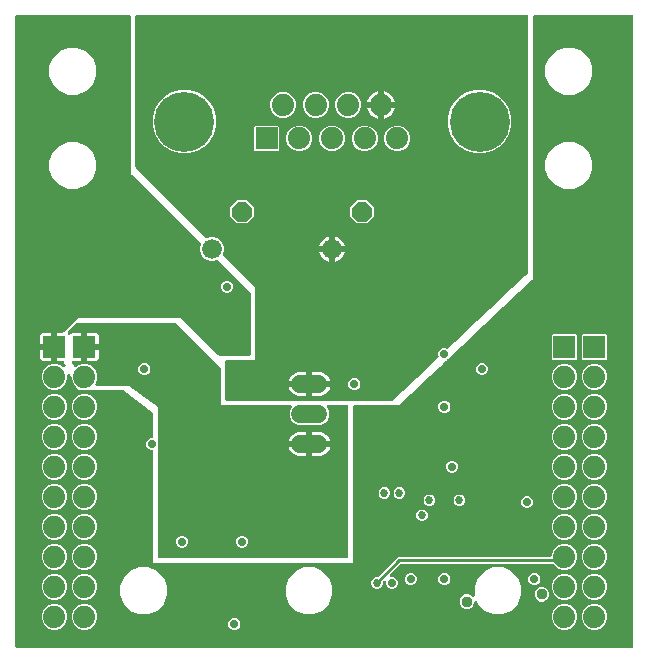
<source format=gbr>
G04 EAGLE Gerber X2 export*
%TF.Part,Single*%
%TF.FileFunction,Copper,L4,Bot,Mixed*%
%TF.FilePolarity,Positive*%
%TF.GenerationSoftware,Autodesk,EAGLE,9.0.0*%
%TF.CreationDate,2018-07-03T14:12:15Z*%
G75*
%MOMM*%
%FSLAX34Y34*%
%LPD*%
%AMOC8*
5,1,8,0,0,1.08239X$1,22.5*%
G01*
%ADD10R,1.879600X1.879600*%
%ADD11C,1.879600*%
%ADD12C,5.080000*%
%ADD13P,1.814519X8X202.500000*%
%ADD14C,1.524000*%
%ADD15C,1.676400*%
%ADD16C,0.705600*%
%ADD17C,0.955600*%
%ADD18C,0.508000*%
%ADD19C,0.254000*%
%ADD20C,0.685800*%

G36*
X533518Y11446D02*
X533518Y11446D01*
X533637Y11453D01*
X533675Y11466D01*
X533716Y11471D01*
X533826Y11514D01*
X533939Y11551D01*
X533974Y11573D01*
X534011Y11588D01*
X534107Y11658D01*
X534208Y11721D01*
X534236Y11751D01*
X534269Y11774D01*
X534345Y11866D01*
X534426Y11953D01*
X534446Y11988D01*
X534471Y12019D01*
X534522Y12127D01*
X534580Y12231D01*
X534590Y12271D01*
X534607Y12307D01*
X534629Y12424D01*
X534659Y12539D01*
X534663Y12600D01*
X534667Y12620D01*
X534665Y12640D01*
X534669Y12700D01*
X534669Y546100D01*
X534654Y546218D01*
X534647Y546337D01*
X534634Y546375D01*
X534629Y546416D01*
X534586Y546526D01*
X534549Y546639D01*
X534527Y546674D01*
X534512Y546711D01*
X534443Y546807D01*
X534379Y546908D01*
X534349Y546936D01*
X534326Y546969D01*
X534234Y547045D01*
X534147Y547126D01*
X534112Y547146D01*
X534081Y547171D01*
X533973Y547222D01*
X533869Y547280D01*
X533829Y547290D01*
X533793Y547307D01*
X533676Y547329D01*
X533561Y547359D01*
X533501Y547363D01*
X533481Y547367D01*
X533460Y547365D01*
X533400Y547369D01*
X450850Y547369D01*
X450732Y547354D01*
X450613Y547347D01*
X450575Y547334D01*
X450534Y547329D01*
X450424Y547286D01*
X450311Y547249D01*
X450276Y547227D01*
X450239Y547212D01*
X450143Y547143D01*
X450042Y547079D01*
X450014Y547049D01*
X449981Y547026D01*
X449906Y546934D01*
X449824Y546847D01*
X449804Y546812D01*
X449779Y546781D01*
X449728Y546673D01*
X449670Y546569D01*
X449660Y546529D01*
X449643Y546493D01*
X449621Y546376D01*
X449591Y546261D01*
X449587Y546201D01*
X449583Y546181D01*
X449585Y546160D01*
X449581Y546100D01*
X449581Y324397D01*
X448443Y323323D01*
X448443Y323322D01*
X447099Y322053D01*
X445755Y320784D01*
X444411Y319515D01*
X440380Y315707D01*
X440379Y315707D01*
X439036Y314438D01*
X439035Y314438D01*
X437692Y313169D01*
X437692Y313168D01*
X436348Y311899D01*
X433660Y309361D01*
X432316Y308092D01*
X432316Y308091D01*
X430972Y306822D01*
X429628Y305553D01*
X426941Y303015D01*
X426940Y303015D01*
X426940Y303014D01*
X425597Y301745D01*
X425596Y301745D01*
X424253Y300476D01*
X424252Y300476D01*
X422909Y299207D01*
X418877Y295399D01*
X417533Y294130D01*
X416189Y292861D01*
X416189Y292860D01*
X414845Y291591D01*
X412157Y289053D01*
X410814Y287784D01*
X410813Y287784D01*
X410813Y287783D01*
X409470Y286514D01*
X409469Y286514D01*
X408126Y285245D01*
X404094Y281437D01*
X402750Y280168D01*
X401406Y278899D01*
X400062Y277630D01*
X400062Y277629D01*
X397374Y275091D01*
X396031Y273822D01*
X396030Y273822D01*
X394687Y272553D01*
X394686Y272553D01*
X394686Y272552D01*
X393343Y271283D01*
X389311Y267476D01*
X389311Y267475D01*
X387967Y266206D01*
X386623Y264937D01*
X385279Y263668D01*
X382591Y261129D01*
X381247Y259860D01*
X379904Y258591D01*
X379903Y258591D01*
X379258Y257981D01*
X379240Y257960D01*
X379219Y257943D01*
X379140Y257837D01*
X379056Y257735D01*
X379044Y257710D01*
X379028Y257688D01*
X378957Y257544D01*
X378933Y257488D01*
X377512Y256067D01*
X377227Y255948D01*
X377095Y255873D01*
X376965Y255801D01*
X376956Y255794D01*
X376951Y255791D01*
X376941Y255781D01*
X376841Y255698D01*
X375872Y254783D01*
X374528Y253514D01*
X373184Y252245D01*
X373184Y252244D01*
X370496Y249706D01*
X369152Y248437D01*
X367808Y247168D01*
X367808Y247167D01*
X366464Y245898D01*
X362433Y242091D01*
X362432Y242090D01*
X361089Y240821D01*
X359745Y239552D01*
X358401Y238283D01*
X355713Y235744D01*
X354369Y234475D01*
X353025Y233206D01*
X351681Y231937D01*
X351681Y231936D01*
X348994Y229398D01*
X348993Y229398D01*
X347650Y228129D01*
X347649Y228129D01*
X346306Y226860D01*
X346306Y226859D01*
X344962Y225590D01*
X340930Y221783D01*
X340930Y221782D01*
X339586Y220513D01*
X338242Y219244D01*
X336898Y217975D01*
X336045Y217169D01*
X298450Y217169D01*
X298332Y217154D01*
X298213Y217147D01*
X298175Y217134D01*
X298134Y217129D01*
X298024Y217086D01*
X297911Y217049D01*
X297876Y217027D01*
X297839Y217012D01*
X297743Y216943D01*
X297642Y216879D01*
X297614Y216849D01*
X297581Y216826D01*
X297506Y216734D01*
X297424Y216647D01*
X297404Y216612D01*
X297379Y216581D01*
X297328Y216473D01*
X297270Y216369D01*
X297260Y216329D01*
X297243Y216293D01*
X297221Y216176D01*
X297191Y216061D01*
X297187Y216001D01*
X297183Y215981D01*
X297185Y215960D01*
X297181Y215900D01*
X297181Y83819D01*
X128269Y83819D01*
X128269Y177828D01*
X128254Y177946D01*
X128247Y178065D01*
X128234Y178103D01*
X128229Y178144D01*
X128186Y178254D01*
X128149Y178367D01*
X128127Y178402D01*
X128112Y178439D01*
X128043Y178535D01*
X127979Y178636D01*
X127949Y178664D01*
X127926Y178697D01*
X127834Y178773D01*
X127747Y178854D01*
X127712Y178874D01*
X127681Y178899D01*
X127573Y178950D01*
X127469Y179008D01*
X127429Y179018D01*
X127393Y179035D01*
X127276Y179057D01*
X127161Y179087D01*
X127101Y179091D01*
X127081Y179095D01*
X127060Y179093D01*
X127000Y179097D01*
X125995Y179097D01*
X124138Y179866D01*
X122716Y181288D01*
X121947Y183145D01*
X121947Y185155D01*
X122716Y187012D01*
X124138Y188434D01*
X125995Y189203D01*
X127000Y189203D01*
X127118Y189218D01*
X127237Y189225D01*
X127275Y189238D01*
X127316Y189243D01*
X127426Y189286D01*
X127539Y189323D01*
X127574Y189345D01*
X127611Y189360D01*
X127707Y189429D01*
X127808Y189493D01*
X127836Y189523D01*
X127869Y189546D01*
X127945Y189638D01*
X128026Y189725D01*
X128046Y189760D01*
X128071Y189791D01*
X128122Y189899D01*
X128180Y190003D01*
X128190Y190043D01*
X128207Y190079D01*
X128229Y190196D01*
X128259Y190311D01*
X128263Y190371D01*
X128267Y190391D01*
X128265Y190412D01*
X128269Y190472D01*
X128269Y209550D01*
X128266Y209580D01*
X128268Y209609D01*
X128246Y209737D01*
X128229Y209866D01*
X128218Y209893D01*
X128213Y209923D01*
X128160Y210041D01*
X128112Y210161D01*
X128095Y210185D01*
X128083Y210213D01*
X128002Y210314D01*
X127926Y210419D01*
X127903Y210438D01*
X127884Y210461D01*
X127762Y210565D01*
X102362Y229615D01*
X102354Y229620D01*
X102347Y229626D01*
X102216Y229698D01*
X102085Y229773D01*
X102077Y229775D01*
X102069Y229780D01*
X101924Y229817D01*
X101778Y229857D01*
X101769Y229857D01*
X101761Y229859D01*
X101600Y229869D01*
X64284Y229869D01*
X62827Y232784D01*
X62759Y232886D01*
X62696Y232993D01*
X62661Y233032D01*
X62651Y233048D01*
X62635Y233062D01*
X62590Y233113D01*
X60590Y235113D01*
X58927Y239127D01*
X58927Y240284D01*
X58920Y240338D01*
X58923Y240392D01*
X58901Y240495D01*
X58887Y240599D01*
X58867Y240650D01*
X58856Y240703D01*
X58793Y240852D01*
X57777Y242884D01*
X57763Y242904D01*
X57754Y242927D01*
X57675Y243036D01*
X57601Y243148D01*
X57582Y243165D01*
X57568Y243185D01*
X57464Y243271D01*
X57364Y243360D01*
X57342Y243372D01*
X57323Y243387D01*
X57201Y243445D01*
X57081Y243507D01*
X57057Y243512D01*
X57035Y243523D01*
X56903Y243548D01*
X56772Y243579D01*
X56747Y243578D01*
X56722Y243583D01*
X56588Y243574D01*
X56454Y243571D01*
X56430Y243565D01*
X56405Y243563D01*
X56277Y243522D01*
X56148Y243485D01*
X56126Y243473D01*
X56103Y243465D01*
X55989Y243393D01*
X55872Y243325D01*
X55855Y243308D01*
X55834Y243295D01*
X55742Y243197D01*
X55646Y243102D01*
X55633Y243081D01*
X55616Y243063D01*
X55551Y242945D01*
X55481Y242830D01*
X55474Y242806D01*
X55462Y242785D01*
X55429Y242654D01*
X55390Y242525D01*
X55389Y242501D01*
X55383Y242477D01*
X55373Y242316D01*
X55373Y239127D01*
X53710Y235113D01*
X50637Y232040D01*
X46623Y230377D01*
X42277Y230377D01*
X38263Y232040D01*
X35190Y235113D01*
X33527Y239127D01*
X33527Y243473D01*
X35190Y247487D01*
X38263Y250560D01*
X42277Y252223D01*
X46623Y252223D01*
X50637Y250560D01*
X51710Y249487D01*
X51801Y249417D01*
X51886Y249340D01*
X51926Y249319D01*
X51962Y249292D01*
X52067Y249246D01*
X52169Y249193D01*
X52212Y249183D01*
X52254Y249165D01*
X52367Y249147D01*
X52478Y249121D01*
X52523Y249123D01*
X52568Y249115D01*
X52682Y249126D01*
X52796Y249129D01*
X52839Y249141D01*
X52884Y249145D01*
X52992Y249184D01*
X53102Y249215D01*
X53141Y249238D01*
X53184Y249253D01*
X53278Y249317D01*
X53378Y249375D01*
X53410Y249406D01*
X53447Y249431D01*
X53522Y249517D01*
X53604Y249598D01*
X53628Y249636D01*
X53657Y249670D01*
X53709Y249772D01*
X53768Y249870D01*
X53781Y249913D01*
X53802Y249953D01*
X53827Y250065D01*
X53860Y250175D01*
X53862Y250220D01*
X53871Y250263D01*
X53868Y250378D01*
X53873Y250492D01*
X53863Y250536D01*
X53862Y250581D01*
X53830Y250691D01*
X53806Y250803D01*
X53779Y250866D01*
X53773Y250887D01*
X53764Y250903D01*
X53743Y250952D01*
X52189Y254060D01*
X52110Y254179D01*
X52033Y254300D01*
X52021Y254311D01*
X52012Y254324D01*
X51906Y254420D01*
X51801Y254518D01*
X51787Y254526D01*
X51776Y254536D01*
X51648Y254603D01*
X51523Y254672D01*
X51507Y254676D01*
X51493Y254683D01*
X51353Y254715D01*
X51215Y254751D01*
X51193Y254752D01*
X51184Y254755D01*
X51165Y254754D01*
X51054Y254761D01*
X46989Y254761D01*
X46989Y265430D01*
X46974Y265548D01*
X46967Y265667D01*
X46954Y265705D01*
X46949Y265745D01*
X46906Y265856D01*
X46869Y265969D01*
X46847Y266003D01*
X46832Y266041D01*
X46762Y266137D01*
X46699Y266238D01*
X46669Y266266D01*
X46645Y266298D01*
X46554Y266374D01*
X46467Y266456D01*
X46432Y266475D01*
X46401Y266501D01*
X46293Y266552D01*
X46189Y266609D01*
X46149Y266620D01*
X46113Y266637D01*
X45996Y266659D01*
X45881Y266689D01*
X45820Y266693D01*
X45800Y266697D01*
X45780Y266695D01*
X45720Y266699D01*
X44449Y266699D01*
X44449Y266701D01*
X45720Y266701D01*
X45838Y266716D01*
X45957Y266723D01*
X45995Y266736D01*
X46035Y266741D01*
X46146Y266785D01*
X46259Y266821D01*
X46294Y266843D01*
X46331Y266858D01*
X46427Y266928D01*
X46528Y266991D01*
X46556Y267021D01*
X46589Y267045D01*
X46664Y267136D01*
X46746Y267223D01*
X46766Y267258D01*
X46791Y267290D01*
X46842Y267397D01*
X46900Y267502D01*
X46910Y267541D01*
X46927Y267577D01*
X46949Y267694D01*
X46979Y267809D01*
X46983Y267870D01*
X46987Y267890D01*
X46985Y267910D01*
X46989Y267970D01*
X46989Y278639D01*
X51308Y278639D01*
X51406Y278651D01*
X51505Y278654D01*
X51563Y278671D01*
X51624Y278679D01*
X51716Y278715D01*
X51811Y278743D01*
X51863Y278773D01*
X51919Y278796D01*
X51999Y278854D01*
X52085Y278904D01*
X52160Y278970D01*
X52177Y278982D01*
X52184Y278992D01*
X52205Y279010D01*
X64026Y290831D01*
X151874Y290831D01*
X183253Y259453D01*
X183331Y259392D01*
X183403Y259324D01*
X183456Y259295D01*
X183504Y259258D01*
X183595Y259218D01*
X183681Y259170D01*
X183740Y259155D01*
X183796Y259131D01*
X183894Y259116D01*
X183989Y259091D01*
X184089Y259085D01*
X184110Y259081D01*
X184122Y259083D01*
X184150Y259081D01*
X209550Y259081D01*
X209668Y259096D01*
X209787Y259103D01*
X209825Y259116D01*
X209866Y259121D01*
X209976Y259164D01*
X210089Y259201D01*
X210124Y259223D01*
X210161Y259238D01*
X210257Y259308D01*
X210358Y259371D01*
X210386Y259401D01*
X210419Y259424D01*
X210495Y259516D01*
X210576Y259603D01*
X210596Y259638D01*
X210621Y259669D01*
X210672Y259777D01*
X210730Y259881D01*
X210740Y259921D01*
X210757Y259957D01*
X210779Y260074D01*
X210809Y260189D01*
X210813Y260250D01*
X210817Y260270D01*
X210815Y260290D01*
X210819Y260350D01*
X210819Y311150D01*
X210807Y311248D01*
X210804Y311347D01*
X210787Y311405D01*
X210779Y311466D01*
X210743Y311558D01*
X210715Y311653D01*
X210685Y311705D01*
X210662Y311761D01*
X210604Y311841D01*
X210554Y311927D01*
X210488Y312002D01*
X210476Y312019D01*
X210466Y312026D01*
X210448Y312048D01*
X182761Y339734D01*
X182738Y339752D01*
X182719Y339774D01*
X182612Y339849D01*
X182510Y339929D01*
X182483Y339941D01*
X182459Y339958D01*
X182337Y340004D01*
X182218Y340055D01*
X182189Y340060D01*
X182161Y340070D01*
X182032Y340085D01*
X181904Y340105D01*
X181874Y340102D01*
X181845Y340106D01*
X181717Y340087D01*
X181587Y340075D01*
X181559Y340065D01*
X181530Y340061D01*
X181378Y340009D01*
X179771Y339343D01*
X175829Y339343D01*
X172188Y340851D01*
X169401Y343638D01*
X167893Y347279D01*
X167893Y351221D01*
X168559Y352828D01*
X168567Y352856D01*
X168580Y352883D01*
X168609Y353010D01*
X168643Y353135D01*
X168643Y353164D01*
X168650Y353193D01*
X168646Y353323D01*
X168648Y353453D01*
X168641Y353481D01*
X168640Y353511D01*
X168604Y353636D01*
X168574Y353762D01*
X168560Y353788D01*
X168552Y353816D01*
X168486Y353928D01*
X168425Y354043D01*
X168405Y354065D01*
X168390Y354090D01*
X168284Y354211D01*
X109219Y413276D01*
X109219Y546100D01*
X109204Y546218D01*
X109197Y546337D01*
X109184Y546375D01*
X109179Y546416D01*
X109136Y546526D01*
X109099Y546639D01*
X109077Y546674D01*
X109062Y546711D01*
X108993Y546807D01*
X108929Y546908D01*
X108899Y546936D01*
X108876Y546969D01*
X108784Y547045D01*
X108697Y547126D01*
X108662Y547146D01*
X108631Y547171D01*
X108523Y547222D01*
X108419Y547280D01*
X108379Y547290D01*
X108343Y547307D01*
X108226Y547329D01*
X108111Y547359D01*
X108051Y547363D01*
X108031Y547367D01*
X108010Y547365D01*
X107950Y547369D01*
X12700Y547369D01*
X12582Y547354D01*
X12463Y547347D01*
X12425Y547334D01*
X12384Y547329D01*
X12274Y547286D01*
X12161Y547249D01*
X12126Y547227D01*
X12089Y547212D01*
X11993Y547143D01*
X11892Y547079D01*
X11864Y547049D01*
X11831Y547026D01*
X11756Y546934D01*
X11674Y546847D01*
X11654Y546812D01*
X11629Y546781D01*
X11578Y546673D01*
X11520Y546569D01*
X11510Y546529D01*
X11493Y546493D01*
X11471Y546376D01*
X11441Y546261D01*
X11437Y546201D01*
X11433Y546181D01*
X11435Y546160D01*
X11431Y546100D01*
X11431Y12700D01*
X11446Y12582D01*
X11453Y12463D01*
X11466Y12425D01*
X11471Y12384D01*
X11514Y12274D01*
X11551Y12161D01*
X11573Y12126D01*
X11588Y12089D01*
X11658Y11993D01*
X11721Y11892D01*
X11751Y11864D01*
X11774Y11831D01*
X11866Y11756D01*
X11953Y11674D01*
X11988Y11654D01*
X12019Y11629D01*
X12127Y11578D01*
X12231Y11520D01*
X12271Y11510D01*
X12307Y11493D01*
X12424Y11471D01*
X12539Y11441D01*
X12600Y11437D01*
X12620Y11433D01*
X12640Y11435D01*
X12700Y11431D01*
X533400Y11431D01*
X533518Y11446D01*
G37*
G36*
X330280Y220991D02*
X330280Y220991D01*
X330361Y220991D01*
X330438Y221011D01*
X330516Y221021D01*
X330591Y221050D01*
X330669Y221071D01*
X330738Y221109D01*
X330811Y221138D01*
X330877Y221185D01*
X330948Y221224D01*
X331065Y221322D01*
X331069Y221324D01*
X331069Y221326D01*
X331072Y221327D01*
X332412Y222594D01*
X332413Y222594D01*
X333756Y223863D01*
X333757Y223863D01*
X335100Y225132D01*
X336444Y226401D01*
X336444Y226402D01*
X339132Y228940D01*
X340476Y230209D01*
X341820Y231478D01*
X341820Y231479D01*
X343164Y232748D01*
X347195Y236555D01*
X347196Y236555D01*
X347196Y236556D01*
X348539Y237825D01*
X348540Y237825D01*
X349883Y239094D01*
X351227Y240363D01*
X353915Y242902D01*
X355259Y244171D01*
X356603Y245440D01*
X357947Y246709D01*
X357947Y246710D01*
X361978Y250517D01*
X361979Y250517D01*
X363322Y251786D01*
X363323Y251787D01*
X364666Y253056D01*
X366010Y254325D01*
X368698Y256863D01*
X368698Y256864D01*
X369447Y257571D01*
X369478Y257608D01*
X369514Y257639D01*
X369578Y257730D01*
X369649Y257817D01*
X369670Y257860D01*
X369697Y257899D01*
X369737Y258004D01*
X369784Y258105D01*
X369793Y258152D01*
X369810Y258196D01*
X369822Y258308D01*
X369843Y258417D01*
X369840Y258465D01*
X369845Y258512D01*
X369829Y258623D01*
X369822Y258735D01*
X369807Y258780D01*
X369801Y258827D01*
X369749Y258980D01*
X369597Y259345D01*
X369597Y261355D01*
X370366Y263212D01*
X371788Y264634D01*
X373645Y265403D01*
X375655Y265403D01*
X376345Y265117D01*
X376355Y265114D01*
X376365Y265109D01*
X376509Y265072D01*
X376651Y265033D01*
X376663Y265033D01*
X376674Y265030D01*
X376821Y265030D01*
X376969Y265028D01*
X376980Y265031D01*
X376992Y265031D01*
X377135Y265068D01*
X377279Y265102D01*
X377288Y265108D01*
X377300Y265110D01*
X377429Y265182D01*
X377560Y265251D01*
X377568Y265259D01*
X377578Y265264D01*
X377702Y265367D01*
X379449Y267017D01*
X379450Y267018D01*
X380793Y268287D01*
X382137Y269556D01*
X383481Y270825D01*
X387513Y274633D01*
X388857Y275902D01*
X390201Y277171D01*
X390201Y277172D01*
X391545Y278441D01*
X394232Y280979D01*
X394233Y280979D01*
X395576Y282248D01*
X395576Y282249D01*
X396920Y283518D01*
X398264Y284787D01*
X402296Y288595D01*
X403640Y289864D01*
X404984Y291133D01*
X406328Y292402D01*
X406328Y292403D01*
X409015Y294941D01*
X409016Y294941D01*
X410359Y296210D01*
X411703Y297479D01*
X411703Y297480D01*
X413047Y298749D01*
X417079Y302556D01*
X417079Y302557D01*
X418423Y303826D01*
X419767Y305095D01*
X421111Y306364D01*
X423798Y308903D01*
X423799Y308903D01*
X425142Y310172D01*
X425143Y310172D01*
X426486Y311441D01*
X427830Y312710D01*
X427830Y312711D01*
X431862Y316518D01*
X433206Y317787D01*
X433206Y317788D01*
X434550Y319057D01*
X435894Y320326D01*
X438581Y322864D01*
X438582Y322864D01*
X438582Y322865D01*
X439925Y324134D01*
X439926Y324134D01*
X441269Y325403D01*
X442613Y326672D01*
X445372Y329277D01*
X445446Y329368D01*
X445526Y329453D01*
X445547Y329490D01*
X445574Y329523D01*
X445623Y329629D01*
X445680Y329731D01*
X445690Y329772D01*
X445708Y329811D01*
X445730Y329926D01*
X445759Y330039D01*
X445763Y330103D01*
X445767Y330124D01*
X445766Y330143D01*
X445769Y330200D01*
X445769Y546100D01*
X445754Y546218D01*
X445747Y546337D01*
X445734Y546375D01*
X445729Y546416D01*
X445686Y546526D01*
X445649Y546639D01*
X445627Y546674D01*
X445612Y546711D01*
X445543Y546807D01*
X445479Y546908D01*
X445449Y546936D01*
X445426Y546969D01*
X445334Y547045D01*
X445247Y547126D01*
X445212Y547146D01*
X445181Y547171D01*
X445073Y547222D01*
X444969Y547280D01*
X444929Y547290D01*
X444893Y547307D01*
X444776Y547329D01*
X444661Y547359D01*
X444601Y547363D01*
X444581Y547367D01*
X444560Y547365D01*
X444500Y547369D01*
X114300Y547369D01*
X114182Y547354D01*
X114063Y547347D01*
X114025Y547334D01*
X113984Y547329D01*
X113874Y547286D01*
X113761Y547249D01*
X113726Y547227D01*
X113689Y547212D01*
X113593Y547143D01*
X113492Y547079D01*
X113464Y547049D01*
X113431Y547026D01*
X113356Y546934D01*
X113274Y546847D01*
X113254Y546812D01*
X113229Y546781D01*
X113178Y546673D01*
X113120Y546569D01*
X113110Y546529D01*
X113093Y546493D01*
X113071Y546376D01*
X113041Y546261D01*
X113037Y546201D01*
X113033Y546181D01*
X113035Y546160D01*
X113031Y546100D01*
X113031Y419100D01*
X113043Y419002D01*
X113046Y418903D01*
X113063Y418845D01*
X113071Y418784D01*
X113107Y418692D01*
X113135Y418597D01*
X113165Y418545D01*
X113188Y418489D01*
X113246Y418409D01*
X113296Y418323D01*
X113362Y418248D01*
X113374Y418231D01*
X113384Y418224D01*
X113403Y418203D01*
X172839Y358766D01*
X172862Y358748D01*
X172881Y358726D01*
X172987Y358651D01*
X173090Y358571D01*
X173117Y358559D01*
X173141Y358542D01*
X173263Y358496D01*
X173382Y358445D01*
X173411Y358440D01*
X173439Y358430D01*
X173568Y358415D01*
X173696Y358395D01*
X173726Y358398D01*
X173755Y358394D01*
X173883Y358413D01*
X174013Y358425D01*
X174041Y358435D01*
X174070Y358439D01*
X174222Y358491D01*
X175829Y359157D01*
X179771Y359157D01*
X183412Y357649D01*
X186199Y354862D01*
X187707Y351221D01*
X187707Y347279D01*
X187041Y345672D01*
X187033Y345644D01*
X187020Y345617D01*
X186991Y345491D01*
X186957Y345365D01*
X186957Y345336D01*
X186950Y345307D01*
X186954Y345177D01*
X186952Y345047D01*
X186959Y345019D01*
X186960Y344989D01*
X186996Y344865D01*
X187026Y344738D01*
X187040Y344712D01*
X187048Y344684D01*
X187114Y344572D01*
X187175Y344457D01*
X187195Y344435D01*
X187210Y344410D01*
X187316Y344289D01*
X214631Y316974D01*
X214631Y255269D01*
X190500Y255269D01*
X190382Y255254D01*
X190263Y255247D01*
X190225Y255234D01*
X190184Y255229D01*
X190074Y255186D01*
X189961Y255149D01*
X189926Y255127D01*
X189889Y255112D01*
X189793Y255043D01*
X189692Y254979D01*
X189664Y254949D01*
X189631Y254926D01*
X189556Y254834D01*
X189474Y254747D01*
X189454Y254712D01*
X189429Y254681D01*
X189378Y254573D01*
X189320Y254469D01*
X189310Y254429D01*
X189293Y254393D01*
X189271Y254276D01*
X189241Y254161D01*
X189237Y254101D01*
X189233Y254081D01*
X189234Y254066D01*
X189233Y254062D01*
X189234Y254051D01*
X189231Y254000D01*
X189231Y222250D01*
X189246Y222132D01*
X189253Y222013D01*
X189266Y221975D01*
X189271Y221934D01*
X189314Y221824D01*
X189351Y221711D01*
X189373Y221676D01*
X189388Y221639D01*
X189458Y221543D01*
X189521Y221442D01*
X189551Y221414D01*
X189574Y221381D01*
X189666Y221306D01*
X189753Y221224D01*
X189788Y221204D01*
X189819Y221179D01*
X189927Y221128D01*
X190031Y221070D01*
X190071Y221060D01*
X190107Y221043D01*
X190224Y221021D01*
X190339Y220991D01*
X190400Y220987D01*
X190420Y220983D01*
X190440Y220985D01*
X190500Y220981D01*
X330200Y220981D01*
X330280Y220991D01*
G37*
G36*
X292218Y87646D02*
X292218Y87646D01*
X292337Y87653D01*
X292375Y87666D01*
X292416Y87671D01*
X292526Y87714D01*
X292639Y87751D01*
X292674Y87773D01*
X292711Y87788D01*
X292807Y87858D01*
X292908Y87921D01*
X292936Y87951D01*
X292969Y87974D01*
X293045Y88066D01*
X293126Y88153D01*
X293146Y88188D01*
X293171Y88219D01*
X293222Y88327D01*
X293280Y88431D01*
X293290Y88471D01*
X293307Y88507D01*
X293329Y88624D01*
X293359Y88739D01*
X293363Y88800D01*
X293367Y88820D01*
X293365Y88840D01*
X293369Y88900D01*
X293369Y215900D01*
X293354Y216018D01*
X293347Y216137D01*
X293334Y216175D01*
X293329Y216216D01*
X293286Y216326D01*
X293249Y216439D01*
X293227Y216474D01*
X293212Y216511D01*
X293143Y216607D01*
X293079Y216708D01*
X293049Y216736D01*
X293026Y216769D01*
X292934Y216845D01*
X292847Y216926D01*
X292812Y216946D01*
X292781Y216971D01*
X292673Y217022D01*
X292569Y217080D01*
X292529Y217090D01*
X292493Y217107D01*
X292376Y217129D01*
X292261Y217159D01*
X292201Y217163D01*
X292181Y217167D01*
X292160Y217165D01*
X292100Y217169D01*
X276348Y217169D01*
X276210Y217152D01*
X276071Y217139D01*
X276052Y217132D01*
X276032Y217129D01*
X275903Y217078D01*
X275772Y217031D01*
X275755Y217020D01*
X275736Y217012D01*
X275624Y216931D01*
X275509Y216853D01*
X275495Y216837D01*
X275479Y216826D01*
X275390Y216718D01*
X275298Y216614D01*
X275289Y216596D01*
X275276Y216581D01*
X275217Y216455D01*
X275154Y216331D01*
X275149Y216311D01*
X275141Y216293D01*
X275115Y216157D01*
X275084Y216021D01*
X275085Y216000D01*
X275081Y215981D01*
X275090Y215842D01*
X275094Y215703D01*
X275099Y215683D01*
X275101Y215663D01*
X275143Y215531D01*
X275182Y215397D01*
X275192Y215380D01*
X275199Y215361D01*
X275273Y215243D01*
X275344Y215123D01*
X275362Y215102D01*
X275369Y215092D01*
X275384Y215078D01*
X275450Y215003D01*
X275723Y214730D01*
X277115Y211369D01*
X277115Y207731D01*
X275723Y204370D01*
X273150Y201797D01*
X269789Y200405D01*
X250911Y200405D01*
X247550Y201797D01*
X244977Y204370D01*
X243585Y207731D01*
X243585Y211369D01*
X244977Y214730D01*
X245250Y215003D01*
X245335Y215112D01*
X245424Y215219D01*
X245432Y215238D01*
X245445Y215254D01*
X245500Y215382D01*
X245559Y215507D01*
X245563Y215527D01*
X245571Y215546D01*
X245593Y215684D01*
X245619Y215820D01*
X245618Y215840D01*
X245621Y215860D01*
X245608Y215999D01*
X245599Y216137D01*
X245593Y216156D01*
X245591Y216176D01*
X245544Y216308D01*
X245501Y216439D01*
X245491Y216457D01*
X245484Y216476D01*
X245406Y216591D01*
X245331Y216708D01*
X245316Y216722D01*
X245305Y216739D01*
X245201Y216831D01*
X245100Y216926D01*
X245082Y216936D01*
X245067Y216949D01*
X244943Y217012D01*
X244821Y217080D01*
X244801Y217085D01*
X244783Y217094D01*
X244648Y217124D01*
X244513Y217159D01*
X244485Y217161D01*
X244473Y217164D01*
X244453Y217163D01*
X244352Y217169D01*
X185419Y217169D01*
X185419Y247650D01*
X185407Y247748D01*
X185404Y247847D01*
X185387Y247905D01*
X185379Y247966D01*
X185343Y248058D01*
X185315Y248153D01*
X185285Y248205D01*
X185262Y248261D01*
X185204Y248341D01*
X185154Y248427D01*
X185088Y248502D01*
X185076Y248519D01*
X185066Y248526D01*
X185048Y248548D01*
X146948Y286648D01*
X146869Y286708D01*
X146797Y286776D01*
X146744Y286805D01*
X146696Y286842D01*
X146605Y286882D01*
X146519Y286930D01*
X146460Y286945D01*
X146404Y286969D01*
X146306Y286984D01*
X146211Y287009D01*
X146111Y287015D01*
X146090Y287019D01*
X146078Y287017D01*
X146050Y287019D01*
X63500Y287019D01*
X63402Y287007D01*
X63303Y287004D01*
X63245Y286987D01*
X63184Y286979D01*
X63092Y286943D01*
X62997Y286915D01*
X62945Y286885D01*
X62889Y286862D01*
X62809Y286804D01*
X62723Y286754D01*
X62648Y286688D01*
X62631Y286676D01*
X62624Y286666D01*
X62603Y286648D01*
X56253Y280298D01*
X56192Y280219D01*
X56124Y280147D01*
X56095Y280094D01*
X56058Y280046D01*
X56018Y279955D01*
X55970Y279869D01*
X55955Y279810D01*
X55931Y279754D01*
X55916Y279656D01*
X55891Y279561D01*
X55885Y279461D01*
X55881Y279440D01*
X55883Y279428D01*
X55881Y279400D01*
X55881Y277999D01*
X55898Y277861D01*
X55903Y277781D01*
X55908Y277765D01*
X55914Y277709D01*
X55919Y277697D01*
X55921Y277683D01*
X55974Y277548D01*
X56025Y277411D01*
X56033Y277400D01*
X56038Y277387D01*
X56123Y277270D01*
X56206Y277150D01*
X56217Y277141D01*
X56224Y277130D01*
X56336Y277037D01*
X56447Y276942D01*
X56459Y276936D01*
X56469Y276927D01*
X56601Y276865D01*
X56732Y276800D01*
X56745Y276798D01*
X56757Y276792D01*
X56900Y276764D01*
X57043Y276734D01*
X57056Y276735D01*
X57070Y276732D01*
X57215Y276741D01*
X57361Y276747D01*
X57373Y276751D01*
X57387Y276752D01*
X57526Y276797D01*
X57665Y276839D01*
X57677Y276846D01*
X57689Y276850D01*
X57813Y276928D01*
X57937Y277003D01*
X57947Y277013D01*
X57958Y277020D01*
X58020Y277085D01*
X58030Y277093D01*
X58054Y277122D01*
X58058Y277126D01*
X58160Y277230D01*
X58170Y277245D01*
X58176Y277252D01*
X58184Y277267D01*
X58227Y277331D01*
X58233Y277338D01*
X58235Y277343D01*
X58249Y277364D01*
X58419Y277658D01*
X58892Y278131D01*
X59471Y278466D01*
X60118Y278639D01*
X67311Y278639D01*
X67311Y267970D01*
X67326Y267852D01*
X67333Y267733D01*
X67346Y267695D01*
X67351Y267655D01*
X67394Y267544D01*
X67431Y267431D01*
X67453Y267397D01*
X67468Y267359D01*
X67538Y267263D01*
X67601Y267162D01*
X67631Y267134D01*
X67654Y267102D01*
X67746Y267026D01*
X67833Y266944D01*
X67868Y266925D01*
X67899Y266899D01*
X68007Y266848D01*
X68111Y266791D01*
X68151Y266780D01*
X68187Y266763D01*
X68304Y266741D01*
X68419Y266711D01*
X68480Y266707D01*
X68500Y266703D01*
X68520Y266705D01*
X68580Y266701D01*
X69851Y266701D01*
X69851Y266699D01*
X68580Y266699D01*
X68462Y266684D01*
X68343Y266677D01*
X68305Y266664D01*
X68264Y266659D01*
X68154Y266615D01*
X68041Y266579D01*
X68006Y266557D01*
X67969Y266542D01*
X67873Y266472D01*
X67772Y266409D01*
X67744Y266379D01*
X67711Y266355D01*
X67636Y266264D01*
X67554Y266177D01*
X67534Y266142D01*
X67509Y266110D01*
X67458Y266003D01*
X67400Y265898D01*
X67390Y265859D01*
X67373Y265823D01*
X67351Y265706D01*
X67321Y265591D01*
X67317Y265530D01*
X67313Y265510D01*
X67315Y265490D01*
X67311Y265430D01*
X67311Y254761D01*
X60579Y254761D01*
X60485Y254749D01*
X60391Y254747D01*
X60328Y254730D01*
X60263Y254721D01*
X60176Y254687D01*
X60085Y254661D01*
X60028Y254628D01*
X59968Y254604D01*
X59891Y254549D01*
X59809Y254501D01*
X59763Y254456D01*
X59710Y254418D01*
X59650Y254345D01*
X59583Y254278D01*
X59549Y254223D01*
X59508Y254173D01*
X59467Y254087D01*
X59418Y254006D01*
X59400Y253944D01*
X59372Y253885D01*
X59354Y253792D01*
X59327Y253701D01*
X59325Y253636D01*
X59312Y253573D01*
X59318Y253478D01*
X59314Y253384D01*
X59328Y253320D01*
X59332Y253255D01*
X59361Y253165D01*
X59381Y253073D01*
X59424Y252970D01*
X59430Y252953D01*
X59435Y252944D01*
X59444Y252924D01*
X60851Y250110D01*
X60853Y250107D01*
X60855Y250102D01*
X60942Y249974D01*
X61027Y249846D01*
X61031Y249843D01*
X61033Y249839D01*
X61148Y249738D01*
X61264Y249634D01*
X61268Y249632D01*
X61272Y249629D01*
X61408Y249559D01*
X61547Y249487D01*
X61551Y249486D01*
X61555Y249484D01*
X61704Y249451D01*
X61856Y249415D01*
X61861Y249415D01*
X61865Y249415D01*
X62021Y249419D01*
X62174Y249423D01*
X62179Y249424D01*
X62183Y249424D01*
X62333Y249468D01*
X62480Y249509D01*
X62484Y249511D01*
X62489Y249513D01*
X62623Y249591D01*
X62756Y249669D01*
X62759Y249672D01*
X62763Y249674D01*
X62883Y249781D01*
X63663Y250560D01*
X67677Y252223D01*
X72023Y252223D01*
X76037Y250560D01*
X79110Y247487D01*
X80773Y243473D01*
X80773Y239127D01*
X79244Y235436D01*
X79230Y235388D01*
X79209Y235343D01*
X79189Y235235D01*
X79160Y235129D01*
X79159Y235079D01*
X79150Y235031D01*
X79156Y234921D01*
X79155Y234811D01*
X79166Y234763D01*
X79169Y234713D01*
X79203Y234609D01*
X79229Y234502D01*
X79252Y234458D01*
X79267Y234411D01*
X79326Y234318D01*
X79377Y234221D01*
X79411Y234184D01*
X79437Y234142D01*
X79518Y234067D01*
X79591Y233985D01*
X79633Y233958D01*
X79669Y233924D01*
X79765Y233871D01*
X79857Y233811D01*
X79904Y233794D01*
X79948Y233770D01*
X80054Y233743D01*
X80158Y233707D01*
X80207Y233703D01*
X80256Y233691D01*
X80416Y233681D01*
X107527Y233681D01*
X132081Y215265D01*
X132081Y88900D01*
X132096Y88782D01*
X132103Y88663D01*
X132116Y88625D01*
X132121Y88584D01*
X132164Y88474D01*
X132201Y88361D01*
X132223Y88326D01*
X132238Y88289D01*
X132308Y88193D01*
X132371Y88092D01*
X132401Y88064D01*
X132424Y88031D01*
X132516Y87956D01*
X132603Y87874D01*
X132638Y87854D01*
X132669Y87829D01*
X132777Y87778D01*
X132881Y87720D01*
X132921Y87710D01*
X132957Y87693D01*
X133074Y87671D01*
X133189Y87641D01*
X133250Y87637D01*
X133270Y87633D01*
X133290Y87635D01*
X133350Y87631D01*
X292100Y87631D01*
X292218Y87646D01*
G37*
%LPC*%
G36*
X400855Y430275D02*
X400855Y430275D01*
X394007Y432110D01*
X387868Y435655D01*
X382855Y440668D01*
X379310Y446807D01*
X377475Y453655D01*
X377475Y460745D01*
X379310Y467593D01*
X382855Y473732D01*
X387868Y478745D01*
X394007Y482290D01*
X400855Y484125D01*
X407945Y484125D01*
X414793Y482290D01*
X420932Y478745D01*
X425945Y473732D01*
X429490Y467593D01*
X431325Y460745D01*
X431325Y453655D01*
X429490Y446807D01*
X425945Y440668D01*
X420932Y435655D01*
X414793Y432110D01*
X407945Y430275D01*
X400855Y430275D01*
G37*
%LPD*%
%LPC*%
G36*
X150855Y430275D02*
X150855Y430275D01*
X144007Y432110D01*
X137868Y435655D01*
X132855Y440668D01*
X129310Y446807D01*
X127475Y453655D01*
X127475Y460745D01*
X129310Y467593D01*
X132855Y473732D01*
X137868Y478745D01*
X144007Y482290D01*
X150855Y484125D01*
X157945Y484125D01*
X164793Y482290D01*
X170932Y478745D01*
X175945Y473732D01*
X179490Y467593D01*
X181325Y460745D01*
X181325Y453655D01*
X179490Y446807D01*
X175945Y440668D01*
X170932Y435655D01*
X164793Y432110D01*
X157945Y430275D01*
X150855Y430275D01*
G37*
%LPD*%
%LPC*%
G36*
X329195Y61622D02*
X329195Y61622D01*
X327338Y62391D01*
X325916Y63813D01*
X325147Y65670D01*
X325147Y67306D01*
X325130Y67443D01*
X325128Y67459D01*
X325125Y67515D01*
X325122Y67522D01*
X325117Y67582D01*
X325110Y67601D01*
X325107Y67621D01*
X325056Y67750D01*
X325009Y67881D01*
X324998Y67898D01*
X324990Y67917D01*
X324909Y68029D01*
X324831Y68145D01*
X324815Y68158D01*
X324804Y68174D01*
X324696Y68263D01*
X324592Y68355D01*
X324574Y68364D01*
X324559Y68377D01*
X324433Y68436D01*
X324309Y68500D01*
X324289Y68504D01*
X324271Y68513D01*
X324135Y68539D01*
X323999Y68569D01*
X323978Y68569D01*
X323959Y68572D01*
X323820Y68564D01*
X323681Y68560D01*
X323661Y68554D01*
X323641Y68553D01*
X323509Y68510D01*
X323375Y68471D01*
X323358Y68461D01*
X323339Y68455D01*
X323221Y68380D01*
X323101Y68310D01*
X323080Y68291D01*
X323070Y68284D01*
X323056Y68270D01*
X322980Y68203D01*
X322825Y68048D01*
X322765Y67970D01*
X322697Y67898D01*
X322668Y67845D01*
X322630Y67797D01*
X322591Y67706D01*
X322543Y67619D01*
X322528Y67561D01*
X322504Y67505D01*
X322489Y67407D01*
X322464Y67311D01*
X322458Y67211D01*
X322454Y67191D01*
X322456Y67179D01*
X322454Y67151D01*
X322454Y65690D01*
X321700Y63869D01*
X320306Y62475D01*
X318485Y61721D01*
X316515Y61721D01*
X314694Y62475D01*
X313300Y63869D01*
X312546Y65690D01*
X312546Y67660D01*
X313300Y69481D01*
X314694Y70875D01*
X316515Y71629D01*
X317976Y71629D01*
X318074Y71641D01*
X318173Y71644D01*
X318231Y71661D01*
X318291Y71669D01*
X318383Y71705D01*
X318478Y71733D01*
X318531Y71763D01*
X318587Y71786D01*
X318667Y71844D01*
X318752Y71894D01*
X318828Y71960D01*
X318844Y71972D01*
X318852Y71982D01*
X318873Y72000D01*
X335392Y88520D01*
X464058Y88520D01*
X464176Y88535D01*
X464295Y88542D01*
X464333Y88555D01*
X464374Y88560D01*
X464484Y88603D01*
X464597Y88640D01*
X464632Y88662D01*
X464669Y88677D01*
X464765Y88746D01*
X464866Y88810D01*
X464894Y88840D01*
X464927Y88863D01*
X465003Y88955D01*
X465084Y89042D01*
X465104Y89077D01*
X465129Y89108D01*
X465180Y89216D01*
X465238Y89320D01*
X465248Y89360D01*
X465265Y89396D01*
X465287Y89513D01*
X465317Y89628D01*
X465321Y89688D01*
X465325Y89708D01*
X465323Y89729D01*
X465327Y89789D01*
X465327Y91073D01*
X466990Y95087D01*
X470063Y98160D01*
X474077Y99823D01*
X478423Y99823D01*
X482437Y98160D01*
X485510Y95087D01*
X487173Y91073D01*
X487173Y86727D01*
X485510Y82713D01*
X482437Y79640D01*
X478423Y77977D01*
X474077Y77977D01*
X470063Y79640D01*
X467144Y82559D01*
X467066Y82619D01*
X466994Y82687D01*
X466941Y82716D01*
X466893Y82753D01*
X466802Y82793D01*
X466716Y82841D01*
X466657Y82856D01*
X466601Y82880D01*
X466503Y82895D01*
X466408Y82920D01*
X466308Y82926D01*
X466287Y82930D01*
X466275Y82928D01*
X466247Y82930D01*
X338233Y82930D01*
X338135Y82918D01*
X338036Y82915D01*
X337978Y82898D01*
X337918Y82890D01*
X337826Y82854D01*
X337731Y82826D01*
X337678Y82796D01*
X337622Y82773D01*
X337542Y82715D01*
X337457Y82665D01*
X337381Y82598D01*
X337365Y82587D01*
X337357Y82577D01*
X337336Y82559D01*
X328672Y73894D01*
X328587Y73785D01*
X328498Y73678D01*
X328489Y73659D01*
X328477Y73643D01*
X328421Y73515D01*
X328362Y73390D01*
X328359Y73370D01*
X328351Y73351D01*
X328329Y73213D01*
X328303Y73077D01*
X328304Y73057D01*
X328301Y73037D01*
X328314Y72898D01*
X328322Y72760D01*
X328329Y72741D01*
X328330Y72721D01*
X328378Y72589D01*
X328420Y72458D01*
X328431Y72440D01*
X328438Y72421D01*
X328516Y72306D01*
X328591Y72189D01*
X328605Y72175D01*
X328617Y72158D01*
X328721Y72066D01*
X328822Y71971D01*
X328840Y71961D01*
X328855Y71948D01*
X328979Y71884D01*
X329101Y71817D01*
X329120Y71812D01*
X329138Y71803D01*
X329274Y71773D01*
X329409Y71738D01*
X329437Y71736D01*
X329449Y71733D01*
X329469Y71734D01*
X329569Y71728D01*
X331205Y71728D01*
X333062Y70959D01*
X334484Y69537D01*
X335253Y67680D01*
X335253Y65670D01*
X334484Y63813D01*
X333062Y62391D01*
X331205Y61622D01*
X329195Y61622D01*
G37*
%LPD*%
%LPC*%
G36*
X416059Y40189D02*
X416059Y40189D01*
X408778Y43205D01*
X403205Y48778D01*
X402445Y50615D01*
X402410Y50675D01*
X402384Y50740D01*
X402332Y50813D01*
X402287Y50891D01*
X402239Y50941D01*
X402198Y50997D01*
X402128Y51055D01*
X402066Y51119D01*
X402006Y51156D01*
X401953Y51200D01*
X401871Y51239D01*
X401795Y51285D01*
X401728Y51306D01*
X401665Y51336D01*
X401577Y51353D01*
X401491Y51379D01*
X401421Y51382D01*
X401352Y51396D01*
X401263Y51390D01*
X401173Y51394D01*
X401105Y51380D01*
X401035Y51376D01*
X400950Y51348D01*
X400862Y51330D01*
X400799Y51299D01*
X400733Y51278D01*
X400657Y51230D01*
X400576Y51190D01*
X400523Y51145D01*
X400464Y51108D01*
X400402Y51042D01*
X400334Y50984D01*
X400294Y50927D01*
X400246Y50876D01*
X400203Y50797D01*
X400151Y50724D01*
X400126Y50658D01*
X400092Y50597D01*
X400070Y50511D01*
X400038Y50426D01*
X400030Y50357D01*
X400013Y50290D01*
X400003Y50129D01*
X400003Y49546D01*
X399043Y47230D01*
X397270Y45457D01*
X394954Y44497D01*
X392446Y44497D01*
X390130Y45457D01*
X388357Y47230D01*
X387397Y49546D01*
X387397Y52054D01*
X388357Y54370D01*
X390130Y56143D01*
X392446Y57103D01*
X394954Y57103D01*
X397270Y56143D01*
X398023Y55391D01*
X398132Y55306D01*
X398239Y55217D01*
X398258Y55208D01*
X398274Y55196D01*
X398402Y55141D01*
X398527Y55081D01*
X398547Y55078D01*
X398566Y55070D01*
X398704Y55048D01*
X398840Y55022D01*
X398860Y55023D01*
X398880Y55020D01*
X399019Y55033D01*
X399157Y55041D01*
X399176Y55048D01*
X399196Y55050D01*
X399328Y55097D01*
X399459Y55139D01*
X399477Y55150D01*
X399496Y55157D01*
X399611Y55235D01*
X399728Y55310D01*
X399742Y55324D01*
X399759Y55336D01*
X399851Y55440D01*
X399946Y55541D01*
X399956Y55559D01*
X399969Y55574D01*
X400032Y55698D01*
X400100Y55820D01*
X400105Y55839D01*
X400114Y55857D01*
X400144Y55993D01*
X400179Y56128D01*
X400181Y56156D01*
X400184Y56168D01*
X400183Y56188D01*
X400189Y56288D01*
X400189Y63941D01*
X403205Y71222D01*
X408778Y76795D01*
X416059Y79811D01*
X423941Y79811D01*
X431222Y76795D01*
X436795Y71222D01*
X439811Y63941D01*
X439811Y56059D01*
X436795Y48778D01*
X431222Y43205D01*
X423941Y40189D01*
X416059Y40189D01*
G37*
%LPD*%
%LPC*%
G36*
X476059Y480189D02*
X476059Y480189D01*
X468778Y483205D01*
X463205Y488778D01*
X460189Y496059D01*
X460189Y503941D01*
X463205Y511222D01*
X468778Y516795D01*
X476059Y519811D01*
X483941Y519811D01*
X491222Y516795D01*
X496795Y511222D01*
X499811Y503941D01*
X499811Y496059D01*
X496795Y488778D01*
X491222Y483205D01*
X483941Y480189D01*
X476059Y480189D01*
G37*
%LPD*%
%LPC*%
G36*
X56059Y480189D02*
X56059Y480189D01*
X48778Y483205D01*
X43205Y488778D01*
X40189Y496059D01*
X40189Y503941D01*
X43205Y511222D01*
X48778Y516795D01*
X56059Y519811D01*
X63941Y519811D01*
X71222Y516795D01*
X76795Y511222D01*
X79811Y503941D01*
X79811Y496059D01*
X76795Y488778D01*
X71222Y483205D01*
X63941Y480189D01*
X56059Y480189D01*
G37*
%LPD*%
%LPC*%
G36*
X56059Y400189D02*
X56059Y400189D01*
X48778Y403205D01*
X43205Y408778D01*
X40189Y416059D01*
X40189Y423941D01*
X43205Y431222D01*
X48778Y436795D01*
X56059Y439811D01*
X63941Y439811D01*
X71222Y436795D01*
X76795Y431222D01*
X79811Y423941D01*
X79811Y416059D01*
X76795Y408778D01*
X71222Y403205D01*
X63941Y400189D01*
X56059Y400189D01*
G37*
%LPD*%
%LPC*%
G36*
X476059Y400189D02*
X476059Y400189D01*
X468778Y403205D01*
X463205Y408778D01*
X460189Y416059D01*
X460189Y423941D01*
X463205Y431222D01*
X468778Y436795D01*
X476059Y439811D01*
X483941Y439811D01*
X491222Y436795D01*
X496795Y431222D01*
X499811Y423941D01*
X499811Y416059D01*
X496795Y408778D01*
X491222Y403205D01*
X483941Y400189D01*
X476059Y400189D01*
G37*
%LPD*%
%LPC*%
G36*
X256059Y40189D02*
X256059Y40189D01*
X248778Y43205D01*
X243205Y48778D01*
X240189Y56059D01*
X240189Y63941D01*
X243205Y71222D01*
X248778Y76795D01*
X256059Y79811D01*
X263941Y79811D01*
X271222Y76795D01*
X276795Y71222D01*
X279811Y63941D01*
X279811Y56059D01*
X276795Y48778D01*
X271222Y43205D01*
X263941Y40189D01*
X256059Y40189D01*
G37*
%LPD*%
%LPC*%
G36*
X116059Y40189D02*
X116059Y40189D01*
X108778Y43205D01*
X103205Y48778D01*
X100189Y56059D01*
X100189Y63941D01*
X103205Y71222D01*
X108778Y76795D01*
X116059Y79811D01*
X123941Y79811D01*
X131222Y76795D01*
X136795Y71222D01*
X139811Y63941D01*
X139811Y56059D01*
X136795Y48778D01*
X131222Y43205D01*
X123941Y40189D01*
X116059Y40189D01*
G37*
%LPD*%
%LPC*%
G36*
X466220Y255777D02*
X466220Y255777D01*
X465327Y256670D01*
X465327Y276730D01*
X466220Y277623D01*
X486280Y277623D01*
X487173Y276730D01*
X487173Y256670D01*
X486280Y255777D01*
X466220Y255777D01*
G37*
%LPD*%
%LPC*%
G36*
X491620Y255777D02*
X491620Y255777D01*
X490727Y256670D01*
X490727Y276730D01*
X491620Y277623D01*
X511680Y277623D01*
X512573Y276730D01*
X512573Y256670D01*
X511680Y255777D01*
X491620Y255777D01*
G37*
%LPD*%
%LPC*%
G36*
X213970Y432077D02*
X213970Y432077D01*
X213077Y432970D01*
X213077Y453030D01*
X213970Y453923D01*
X234030Y453923D01*
X234923Y453030D01*
X234923Y432970D01*
X234030Y432077D01*
X213970Y432077D01*
G37*
%LPD*%
%LPC*%
G36*
X474077Y154177D02*
X474077Y154177D01*
X470063Y155840D01*
X466990Y158913D01*
X465327Y162927D01*
X465327Y167273D01*
X466990Y171287D01*
X470063Y174360D01*
X474077Y176023D01*
X478423Y176023D01*
X482437Y174360D01*
X485510Y171287D01*
X487173Y167273D01*
X487173Y162927D01*
X485510Y158913D01*
X482437Y155840D01*
X478423Y154177D01*
X474077Y154177D01*
G37*
%LPD*%
%LPC*%
G36*
X499477Y154177D02*
X499477Y154177D01*
X495463Y155840D01*
X492390Y158913D01*
X490727Y162927D01*
X490727Y167273D01*
X492390Y171287D01*
X495463Y174360D01*
X499477Y176023D01*
X503823Y176023D01*
X507837Y174360D01*
X510910Y171287D01*
X512573Y167273D01*
X512573Y162927D01*
X510910Y158913D01*
X507837Y155840D01*
X503823Y154177D01*
X499477Y154177D01*
G37*
%LPD*%
%LPC*%
G36*
X235727Y460477D02*
X235727Y460477D01*
X231713Y462140D01*
X228640Y465213D01*
X226977Y469227D01*
X226977Y473573D01*
X228640Y477587D01*
X231713Y480660D01*
X235727Y482323D01*
X240073Y482323D01*
X244087Y480660D01*
X247160Y477587D01*
X248823Y473573D01*
X248823Y469227D01*
X247160Y465213D01*
X244087Y462140D01*
X240073Y460477D01*
X235727Y460477D01*
G37*
%LPD*%
%LPC*%
G36*
X263427Y460477D02*
X263427Y460477D01*
X259413Y462140D01*
X256340Y465213D01*
X254677Y469227D01*
X254677Y473573D01*
X256340Y477587D01*
X259413Y480660D01*
X263427Y482323D01*
X267773Y482323D01*
X271787Y480660D01*
X274860Y477587D01*
X276523Y473573D01*
X276523Y469227D01*
X274860Y465213D01*
X271787Y462140D01*
X267773Y460477D01*
X263427Y460477D01*
G37*
%LPD*%
%LPC*%
G36*
X291027Y460477D02*
X291027Y460477D01*
X287013Y462140D01*
X283940Y465213D01*
X282277Y469227D01*
X282277Y473573D01*
X283940Y477587D01*
X287013Y480660D01*
X291027Y482323D01*
X295373Y482323D01*
X299387Y480660D01*
X302460Y477587D01*
X304123Y473573D01*
X304123Y469227D01*
X302460Y465213D01*
X299387Y462140D01*
X295373Y460477D01*
X291027Y460477D01*
G37*
%LPD*%
%LPC*%
G36*
X42277Y52577D02*
X42277Y52577D01*
X38263Y54240D01*
X35190Y57313D01*
X33527Y61327D01*
X33527Y65673D01*
X35190Y69687D01*
X38263Y72760D01*
X42277Y74423D01*
X46623Y74423D01*
X50637Y72760D01*
X53710Y69687D01*
X55373Y65673D01*
X55373Y61327D01*
X53710Y57313D01*
X50637Y54240D01*
X46623Y52577D01*
X42277Y52577D01*
G37*
%LPD*%
%LPC*%
G36*
X67677Y154177D02*
X67677Y154177D01*
X63663Y155840D01*
X60590Y158913D01*
X58927Y162927D01*
X58927Y167273D01*
X60590Y171287D01*
X63663Y174360D01*
X67677Y176023D01*
X72023Y176023D01*
X76037Y174360D01*
X79110Y171287D01*
X80773Y167273D01*
X80773Y162927D01*
X79110Y158913D01*
X76037Y155840D01*
X72023Y154177D01*
X67677Y154177D01*
G37*
%LPD*%
%LPC*%
G36*
X499477Y27177D02*
X499477Y27177D01*
X495463Y28840D01*
X492390Y31913D01*
X490727Y35927D01*
X490727Y40273D01*
X492390Y44287D01*
X495463Y47360D01*
X499477Y49023D01*
X503823Y49023D01*
X507837Y47360D01*
X510910Y44287D01*
X512573Y40273D01*
X512573Y35927D01*
X510910Y31913D01*
X507837Y28840D01*
X503823Y27177D01*
X499477Y27177D01*
G37*
%LPD*%
%LPC*%
G36*
X249527Y432077D02*
X249527Y432077D01*
X245513Y433740D01*
X242440Y436813D01*
X240777Y440827D01*
X240777Y445173D01*
X242440Y449187D01*
X245513Y452260D01*
X249527Y453923D01*
X253873Y453923D01*
X257887Y452260D01*
X260960Y449187D01*
X262623Y445173D01*
X262623Y440827D01*
X260960Y436813D01*
X257887Y433740D01*
X253873Y432077D01*
X249527Y432077D01*
G37*
%LPD*%
%LPC*%
G36*
X304927Y432077D02*
X304927Y432077D01*
X300913Y433740D01*
X297840Y436813D01*
X296177Y440827D01*
X296177Y445173D01*
X297840Y449187D01*
X300913Y452260D01*
X304927Y453923D01*
X309273Y453923D01*
X313287Y452260D01*
X316360Y449187D01*
X318023Y445173D01*
X318023Y440827D01*
X316360Y436813D01*
X313287Y433740D01*
X309273Y432077D01*
X304927Y432077D01*
G37*
%LPD*%
%LPC*%
G36*
X277227Y432077D02*
X277227Y432077D01*
X273213Y433740D01*
X270140Y436813D01*
X268477Y440827D01*
X268477Y445173D01*
X270140Y449187D01*
X273213Y452260D01*
X277227Y453923D01*
X281573Y453923D01*
X285587Y452260D01*
X288660Y449187D01*
X290323Y445173D01*
X290323Y440827D01*
X288660Y436813D01*
X285587Y433740D01*
X281573Y432077D01*
X277227Y432077D01*
G37*
%LPD*%
%LPC*%
G36*
X332627Y432077D02*
X332627Y432077D01*
X328613Y433740D01*
X325540Y436813D01*
X323877Y440827D01*
X323877Y445173D01*
X325540Y449187D01*
X328613Y452260D01*
X332627Y453923D01*
X336973Y453923D01*
X340987Y452260D01*
X344060Y449187D01*
X345723Y445173D01*
X345723Y440827D01*
X344060Y436813D01*
X340987Y433740D01*
X336973Y432077D01*
X332627Y432077D01*
G37*
%LPD*%
%LPC*%
G36*
X474077Y27177D02*
X474077Y27177D01*
X470063Y28840D01*
X466990Y31913D01*
X465327Y35927D01*
X465327Y40273D01*
X466990Y44287D01*
X470063Y47360D01*
X474077Y49023D01*
X478423Y49023D01*
X482437Y47360D01*
X485510Y44287D01*
X487173Y40273D01*
X487173Y35927D01*
X485510Y31913D01*
X482437Y28840D01*
X478423Y27177D01*
X474077Y27177D01*
G37*
%LPD*%
%LPC*%
G36*
X67677Y27177D02*
X67677Y27177D01*
X63663Y28840D01*
X60590Y31913D01*
X58927Y35927D01*
X58927Y40273D01*
X60590Y44287D01*
X63663Y47360D01*
X67677Y49023D01*
X72023Y49023D01*
X76037Y47360D01*
X79110Y44287D01*
X80773Y40273D01*
X80773Y35927D01*
X79110Y31913D01*
X76037Y28840D01*
X72023Y27177D01*
X67677Y27177D01*
G37*
%LPD*%
%LPC*%
G36*
X42277Y27177D02*
X42277Y27177D01*
X38263Y28840D01*
X35190Y31913D01*
X33527Y35927D01*
X33527Y40273D01*
X35190Y44287D01*
X38263Y47360D01*
X42277Y49023D01*
X46623Y49023D01*
X50637Y47360D01*
X53710Y44287D01*
X55373Y40273D01*
X55373Y35927D01*
X53710Y31913D01*
X50637Y28840D01*
X46623Y27177D01*
X42277Y27177D01*
G37*
%LPD*%
%LPC*%
G36*
X42277Y179577D02*
X42277Y179577D01*
X38263Y181240D01*
X35190Y184313D01*
X33527Y188327D01*
X33527Y192673D01*
X35190Y196687D01*
X38263Y199760D01*
X42277Y201423D01*
X46623Y201423D01*
X50637Y199760D01*
X53710Y196687D01*
X55373Y192673D01*
X55373Y188327D01*
X53710Y184313D01*
X50637Y181240D01*
X46623Y179577D01*
X42277Y179577D01*
G37*
%LPD*%
%LPC*%
G36*
X67677Y179577D02*
X67677Y179577D01*
X63663Y181240D01*
X60590Y184313D01*
X58927Y188327D01*
X58927Y192673D01*
X60590Y196687D01*
X63663Y199760D01*
X67677Y201423D01*
X72023Y201423D01*
X76037Y199760D01*
X79110Y196687D01*
X80773Y192673D01*
X80773Y188327D01*
X79110Y184313D01*
X76037Y181240D01*
X72023Y179577D01*
X67677Y179577D01*
G37*
%LPD*%
%LPC*%
G36*
X499477Y179577D02*
X499477Y179577D01*
X495463Y181240D01*
X492390Y184313D01*
X490727Y188327D01*
X490727Y192673D01*
X492390Y196687D01*
X495463Y199760D01*
X499477Y201423D01*
X503823Y201423D01*
X507837Y199760D01*
X510910Y196687D01*
X512573Y192673D01*
X512573Y188327D01*
X510910Y184313D01*
X507837Y181240D01*
X503823Y179577D01*
X499477Y179577D01*
G37*
%LPD*%
%LPC*%
G36*
X42277Y204977D02*
X42277Y204977D01*
X38263Y206640D01*
X35190Y209713D01*
X33527Y213727D01*
X33527Y218073D01*
X35190Y222087D01*
X38263Y225160D01*
X42277Y226823D01*
X46623Y226823D01*
X50637Y225160D01*
X53710Y222087D01*
X55373Y218073D01*
X55373Y213727D01*
X53710Y209713D01*
X50637Y206640D01*
X46623Y204977D01*
X42277Y204977D01*
G37*
%LPD*%
%LPC*%
G36*
X474077Y179577D02*
X474077Y179577D01*
X470063Y181240D01*
X466990Y184313D01*
X465327Y188327D01*
X465327Y192673D01*
X466990Y196687D01*
X470063Y199760D01*
X474077Y201423D01*
X478423Y201423D01*
X482437Y199760D01*
X485510Y196687D01*
X487173Y192673D01*
X487173Y188327D01*
X485510Y184313D01*
X482437Y181240D01*
X478423Y179577D01*
X474077Y179577D01*
G37*
%LPD*%
%LPC*%
G36*
X499477Y204977D02*
X499477Y204977D01*
X495463Y206640D01*
X492390Y209713D01*
X490727Y213727D01*
X490727Y218073D01*
X492390Y222087D01*
X495463Y225160D01*
X499477Y226823D01*
X503823Y226823D01*
X507837Y225160D01*
X510910Y222087D01*
X512573Y218073D01*
X512573Y213727D01*
X510910Y209713D01*
X507837Y206640D01*
X503823Y204977D01*
X499477Y204977D01*
G37*
%LPD*%
%LPC*%
G36*
X474077Y204977D02*
X474077Y204977D01*
X470063Y206640D01*
X466990Y209713D01*
X465327Y213727D01*
X465327Y218073D01*
X466990Y222087D01*
X470063Y225160D01*
X474077Y226823D01*
X478423Y226823D01*
X482437Y225160D01*
X485510Y222087D01*
X487173Y218073D01*
X487173Y213727D01*
X485510Y209713D01*
X482437Y206640D01*
X478423Y204977D01*
X474077Y204977D01*
G37*
%LPD*%
%LPC*%
G36*
X474077Y230377D02*
X474077Y230377D01*
X470063Y232040D01*
X466990Y235113D01*
X465327Y239127D01*
X465327Y243473D01*
X466990Y247487D01*
X470063Y250560D01*
X474077Y252223D01*
X478423Y252223D01*
X482437Y250560D01*
X485510Y247487D01*
X487173Y243473D01*
X487173Y239127D01*
X485510Y235113D01*
X482437Y232040D01*
X478423Y230377D01*
X474077Y230377D01*
G37*
%LPD*%
%LPC*%
G36*
X499477Y230377D02*
X499477Y230377D01*
X495463Y232040D01*
X492390Y235113D01*
X490727Y239127D01*
X490727Y243473D01*
X492390Y247487D01*
X495463Y250560D01*
X499477Y252223D01*
X503823Y252223D01*
X507837Y250560D01*
X510910Y247487D01*
X512573Y243473D01*
X512573Y239127D01*
X510910Y235113D01*
X507837Y232040D01*
X503823Y230377D01*
X499477Y230377D01*
G37*
%LPD*%
%LPC*%
G36*
X67677Y204977D02*
X67677Y204977D01*
X63663Y206640D01*
X60590Y209713D01*
X58927Y213727D01*
X58927Y218073D01*
X60590Y222087D01*
X63663Y225160D01*
X67677Y226823D01*
X72023Y226823D01*
X76037Y225160D01*
X79110Y222087D01*
X80773Y218073D01*
X80773Y213727D01*
X79110Y209713D01*
X76037Y206640D01*
X72023Y204977D01*
X67677Y204977D01*
G37*
%LPD*%
%LPC*%
G36*
X42277Y154177D02*
X42277Y154177D01*
X38263Y155840D01*
X35190Y158913D01*
X33527Y162927D01*
X33527Y167273D01*
X35190Y171287D01*
X38263Y174360D01*
X42277Y176023D01*
X46623Y176023D01*
X50637Y174360D01*
X53710Y171287D01*
X55373Y167273D01*
X55373Y162927D01*
X53710Y158913D01*
X50637Y155840D01*
X46623Y154177D01*
X42277Y154177D01*
G37*
%LPD*%
%LPC*%
G36*
X42277Y128777D02*
X42277Y128777D01*
X38263Y130440D01*
X35190Y133513D01*
X33527Y137527D01*
X33527Y141873D01*
X35190Y145887D01*
X38263Y148960D01*
X42277Y150623D01*
X46623Y150623D01*
X50637Y148960D01*
X53710Y145887D01*
X55373Y141873D01*
X55373Y137527D01*
X53710Y133513D01*
X50637Y130440D01*
X46623Y128777D01*
X42277Y128777D01*
G37*
%LPD*%
%LPC*%
G36*
X499477Y128777D02*
X499477Y128777D01*
X495463Y130440D01*
X492390Y133513D01*
X490727Y137527D01*
X490727Y141873D01*
X492390Y145887D01*
X495463Y148960D01*
X499477Y150623D01*
X503823Y150623D01*
X507837Y148960D01*
X510910Y145887D01*
X512573Y141873D01*
X512573Y137527D01*
X510910Y133513D01*
X507837Y130440D01*
X503823Y128777D01*
X499477Y128777D01*
G37*
%LPD*%
%LPC*%
G36*
X474077Y128777D02*
X474077Y128777D01*
X470063Y130440D01*
X466990Y133513D01*
X465327Y137527D01*
X465327Y141873D01*
X466990Y145887D01*
X470063Y148960D01*
X474077Y150623D01*
X478423Y150623D01*
X482437Y148960D01*
X485510Y145887D01*
X487173Y141873D01*
X487173Y137527D01*
X485510Y133513D01*
X482437Y130440D01*
X478423Y128777D01*
X474077Y128777D01*
G37*
%LPD*%
%LPC*%
G36*
X67677Y128777D02*
X67677Y128777D01*
X63663Y130440D01*
X60590Y133513D01*
X58927Y137527D01*
X58927Y141873D01*
X60590Y145887D01*
X63663Y148960D01*
X67677Y150623D01*
X72023Y150623D01*
X76037Y148960D01*
X79110Y145887D01*
X80773Y141873D01*
X80773Y137527D01*
X79110Y133513D01*
X76037Y130440D01*
X72023Y128777D01*
X67677Y128777D01*
G37*
%LPD*%
%LPC*%
G36*
X499477Y103377D02*
X499477Y103377D01*
X495463Y105040D01*
X492390Y108113D01*
X490727Y112127D01*
X490727Y116473D01*
X492390Y120487D01*
X495463Y123560D01*
X499477Y125223D01*
X503823Y125223D01*
X507837Y123560D01*
X510910Y120487D01*
X512573Y116473D01*
X512573Y112127D01*
X510910Y108113D01*
X507837Y105040D01*
X503823Y103377D01*
X499477Y103377D01*
G37*
%LPD*%
%LPC*%
G36*
X474077Y103377D02*
X474077Y103377D01*
X470063Y105040D01*
X466990Y108113D01*
X465327Y112127D01*
X465327Y116473D01*
X466990Y120487D01*
X470063Y123560D01*
X474077Y125223D01*
X478423Y125223D01*
X482437Y123560D01*
X485510Y120487D01*
X487173Y116473D01*
X487173Y112127D01*
X485510Y108113D01*
X482437Y105040D01*
X478423Y103377D01*
X474077Y103377D01*
G37*
%LPD*%
%LPC*%
G36*
X67677Y103377D02*
X67677Y103377D01*
X63663Y105040D01*
X60590Y108113D01*
X58927Y112127D01*
X58927Y116473D01*
X60590Y120487D01*
X63663Y123560D01*
X67677Y125223D01*
X72023Y125223D01*
X76037Y123560D01*
X79110Y120487D01*
X80773Y116473D01*
X80773Y112127D01*
X79110Y108113D01*
X76037Y105040D01*
X72023Y103377D01*
X67677Y103377D01*
G37*
%LPD*%
%LPC*%
G36*
X42277Y103377D02*
X42277Y103377D01*
X38263Y105040D01*
X35190Y108113D01*
X33527Y112127D01*
X33527Y116473D01*
X35190Y120487D01*
X38263Y123560D01*
X42277Y125223D01*
X46623Y125223D01*
X50637Y123560D01*
X53710Y120487D01*
X55373Y116473D01*
X55373Y112127D01*
X53710Y108113D01*
X50637Y105040D01*
X46623Y103377D01*
X42277Y103377D01*
G37*
%LPD*%
%LPC*%
G36*
X42277Y77977D02*
X42277Y77977D01*
X38263Y79640D01*
X35190Y82713D01*
X33527Y86727D01*
X33527Y91073D01*
X35190Y95087D01*
X38263Y98160D01*
X42277Y99823D01*
X46623Y99823D01*
X50637Y98160D01*
X53710Y95087D01*
X55373Y91073D01*
X55373Y86727D01*
X53710Y82713D01*
X50637Y79640D01*
X46623Y77977D01*
X42277Y77977D01*
G37*
%LPD*%
%LPC*%
G36*
X499477Y77977D02*
X499477Y77977D01*
X495463Y79640D01*
X492390Y82713D01*
X490727Y86727D01*
X490727Y91073D01*
X492390Y95087D01*
X495463Y98160D01*
X499477Y99823D01*
X503823Y99823D01*
X507837Y98160D01*
X510910Y95087D01*
X512573Y91073D01*
X512573Y86727D01*
X510910Y82713D01*
X507837Y79640D01*
X503823Y77977D01*
X499477Y77977D01*
G37*
%LPD*%
%LPC*%
G36*
X67677Y77977D02*
X67677Y77977D01*
X63663Y79640D01*
X60590Y82713D01*
X58927Y86727D01*
X58927Y91073D01*
X60590Y95087D01*
X63663Y98160D01*
X67677Y99823D01*
X72023Y99823D01*
X76037Y98160D01*
X79110Y95087D01*
X80773Y91073D01*
X80773Y86727D01*
X79110Y82713D01*
X76037Y79640D01*
X72023Y77977D01*
X67677Y77977D01*
G37*
%LPD*%
%LPC*%
G36*
X474077Y52577D02*
X474077Y52577D01*
X470063Y54240D01*
X466990Y57313D01*
X465327Y61327D01*
X465327Y65673D01*
X466990Y69687D01*
X470063Y72760D01*
X474077Y74423D01*
X478423Y74423D01*
X482437Y72760D01*
X485510Y69687D01*
X487173Y65673D01*
X487173Y61327D01*
X485510Y57313D01*
X482437Y54240D01*
X478423Y52577D01*
X474077Y52577D01*
G37*
%LPD*%
%LPC*%
G36*
X499477Y52577D02*
X499477Y52577D01*
X495463Y54240D01*
X492390Y57313D01*
X490727Y61327D01*
X490727Y65673D01*
X492390Y69687D01*
X495463Y72760D01*
X499477Y74423D01*
X503823Y74423D01*
X507837Y72760D01*
X510910Y69687D01*
X512573Y65673D01*
X512573Y61327D01*
X510910Y57313D01*
X507837Y54240D01*
X503823Y52577D01*
X499477Y52577D01*
G37*
%LPD*%
%LPC*%
G36*
X67677Y52577D02*
X67677Y52577D01*
X63663Y54240D01*
X60590Y57313D01*
X58927Y61327D01*
X58927Y65673D01*
X60590Y69687D01*
X63663Y72760D01*
X67677Y74423D01*
X72023Y74423D01*
X76037Y72760D01*
X79110Y69687D01*
X80773Y65673D01*
X80773Y61327D01*
X79110Y57313D01*
X76037Y54240D01*
X72023Y52577D01*
X67677Y52577D01*
G37*
%LPD*%
%LPC*%
G36*
X199097Y371093D02*
X199097Y371093D01*
X193293Y376897D01*
X193293Y385103D01*
X199097Y390907D01*
X207303Y390907D01*
X213107Y385103D01*
X213107Y376897D01*
X207303Y371093D01*
X199097Y371093D01*
G37*
%LPD*%
%LPC*%
G36*
X300697Y371093D02*
X300697Y371093D01*
X294893Y376897D01*
X294893Y385103D01*
X300697Y390907D01*
X308903Y390907D01*
X314707Y385103D01*
X314707Y376897D01*
X308903Y371093D01*
X300697Y371093D01*
G37*
%LPD*%
%LPC*%
G36*
X455946Y50847D02*
X455946Y50847D01*
X453630Y51807D01*
X451857Y53580D01*
X450897Y55896D01*
X450897Y58404D01*
X451857Y60720D01*
X453630Y62493D01*
X455946Y63453D01*
X458454Y63453D01*
X460770Y62493D01*
X462543Y60720D01*
X463503Y58404D01*
X463503Y55896D01*
X462543Y53580D01*
X460770Y51807D01*
X458454Y50847D01*
X455946Y50847D01*
G37*
%LPD*%
%LPC*%
G36*
X262889Y186689D02*
X262889Y186689D01*
X262889Y194311D01*
X268770Y194311D01*
X270349Y194061D01*
X271870Y193566D01*
X273295Y192840D01*
X274589Y191900D01*
X275720Y190769D01*
X276660Y189475D01*
X277386Y188050D01*
X277829Y186689D01*
X262889Y186689D01*
G37*
%LPD*%
%LPC*%
G36*
X262889Y237489D02*
X262889Y237489D01*
X262889Y245111D01*
X268770Y245111D01*
X270349Y244861D01*
X271870Y244366D01*
X273295Y243640D01*
X274589Y242700D01*
X275720Y241569D01*
X276660Y240275D01*
X277386Y238850D01*
X277829Y237489D01*
X262889Y237489D01*
G37*
%LPD*%
%LPC*%
G36*
X242871Y186689D02*
X242871Y186689D01*
X243314Y188050D01*
X244040Y189475D01*
X244980Y190769D01*
X246111Y191900D01*
X247405Y192840D01*
X248830Y193566D01*
X250351Y194061D01*
X251930Y194311D01*
X257811Y194311D01*
X257811Y186689D01*
X242871Y186689D01*
G37*
%LPD*%
%LPC*%
G36*
X242871Y237489D02*
X242871Y237489D01*
X243314Y238850D01*
X244040Y240275D01*
X244980Y241569D01*
X246111Y242700D01*
X247405Y243640D01*
X248830Y244366D01*
X250351Y244861D01*
X251930Y245111D01*
X257811Y245111D01*
X257811Y237489D01*
X242871Y237489D01*
G37*
%LPD*%
%LPC*%
G36*
X262889Y173989D02*
X262889Y173989D01*
X262889Y181611D01*
X277829Y181611D01*
X277386Y180250D01*
X276660Y178825D01*
X275720Y177531D01*
X274589Y176400D01*
X273295Y175460D01*
X271870Y174734D01*
X270349Y174239D01*
X268770Y173989D01*
X262889Y173989D01*
G37*
%LPD*%
%LPC*%
G36*
X262889Y224789D02*
X262889Y224789D01*
X262889Y232411D01*
X277829Y232411D01*
X277386Y231050D01*
X276660Y229625D01*
X275720Y228331D01*
X274589Y227200D01*
X273295Y226260D01*
X271870Y225534D01*
X270349Y225039D01*
X268770Y224789D01*
X262889Y224789D01*
G37*
%LPD*%
%LPC*%
G36*
X251930Y173989D02*
X251930Y173989D01*
X250351Y174239D01*
X248830Y174734D01*
X247405Y175460D01*
X246111Y176400D01*
X244980Y177531D01*
X244040Y178825D01*
X243314Y180250D01*
X242871Y181611D01*
X257811Y181611D01*
X257811Y173989D01*
X251930Y173989D01*
G37*
%LPD*%
%LPC*%
G36*
X251930Y224789D02*
X251930Y224789D01*
X250351Y225039D01*
X248830Y225534D01*
X247405Y226260D01*
X246111Y227200D01*
X244980Y228331D01*
X244040Y229625D01*
X243314Y231050D01*
X242871Y232411D01*
X257811Y232411D01*
X257811Y224789D01*
X251930Y224789D01*
G37*
%LPD*%
%LPC*%
G36*
X72389Y269239D02*
X72389Y269239D01*
X72389Y278639D01*
X79582Y278639D01*
X80229Y278466D01*
X80808Y278131D01*
X81281Y277658D01*
X81616Y277079D01*
X81789Y276432D01*
X81789Y269239D01*
X72389Y269239D01*
G37*
%LPD*%
%LPC*%
G36*
X32511Y269239D02*
X32511Y269239D01*
X32511Y276432D01*
X32684Y277079D01*
X33019Y277658D01*
X33492Y278131D01*
X34071Y278466D01*
X34718Y278639D01*
X41911Y278639D01*
X41911Y269239D01*
X32511Y269239D01*
G37*
%LPD*%
%LPC*%
G36*
X72389Y254761D02*
X72389Y254761D01*
X72389Y264161D01*
X81789Y264161D01*
X81789Y256968D01*
X81616Y256321D01*
X81281Y255742D01*
X80808Y255269D01*
X80229Y254934D01*
X79582Y254761D01*
X72389Y254761D01*
G37*
%LPD*%
%LPC*%
G36*
X34718Y254761D02*
X34718Y254761D01*
X34071Y254934D01*
X33492Y255269D01*
X33019Y255742D01*
X32684Y256321D01*
X32511Y256968D01*
X32511Y264161D01*
X41911Y264161D01*
X41911Y254761D01*
X34718Y254761D01*
G37*
%LPD*%
%LPC*%
G36*
X379995Y160047D02*
X379995Y160047D01*
X378138Y160816D01*
X376716Y162238D01*
X375947Y164095D01*
X375947Y166105D01*
X376716Y167962D01*
X378138Y169384D01*
X379995Y170153D01*
X382005Y170153D01*
X383862Y169384D01*
X385284Y167962D01*
X386053Y166105D01*
X386053Y164095D01*
X385284Y162238D01*
X383862Y160816D01*
X382005Y160047D01*
X379995Y160047D01*
G37*
%LPD*%
%LPC*%
G36*
X373645Y64797D02*
X373645Y64797D01*
X371788Y65566D01*
X370366Y66988D01*
X369597Y68845D01*
X369597Y70855D01*
X370366Y72712D01*
X371788Y74134D01*
X373645Y74903D01*
X375655Y74903D01*
X377512Y74134D01*
X378934Y72712D01*
X379703Y70855D01*
X379703Y68845D01*
X378934Y66988D01*
X377512Y65566D01*
X375655Y64797D01*
X373645Y64797D01*
G37*
%LPD*%
%LPC*%
G36*
X345070Y64797D02*
X345070Y64797D01*
X343213Y65566D01*
X341791Y66988D01*
X341022Y68845D01*
X341022Y70855D01*
X341791Y72712D01*
X343213Y74134D01*
X345070Y74903D01*
X347080Y74903D01*
X348937Y74134D01*
X350359Y72712D01*
X351128Y70855D01*
X351128Y68845D01*
X350359Y66988D01*
X348937Y65566D01*
X347080Y64797D01*
X345070Y64797D01*
G37*
%LPD*%
%LPC*%
G36*
X405395Y242597D02*
X405395Y242597D01*
X403538Y243366D01*
X402116Y244788D01*
X401347Y246645D01*
X401347Y248655D01*
X402116Y250512D01*
X403538Y251934D01*
X405395Y252703D01*
X407405Y252703D01*
X409262Y251934D01*
X410684Y250512D01*
X411453Y248655D01*
X411453Y246645D01*
X410684Y244788D01*
X409262Y243366D01*
X407405Y242597D01*
X405395Y242597D01*
G37*
%LPD*%
%LPC*%
G36*
X202195Y96547D02*
X202195Y96547D01*
X200338Y97316D01*
X198916Y98738D01*
X198147Y100595D01*
X198147Y102605D01*
X198916Y104462D01*
X200338Y105884D01*
X202195Y106653D01*
X204205Y106653D01*
X206062Y105884D01*
X207484Y104462D01*
X208253Y102605D01*
X208253Y100595D01*
X207484Y98738D01*
X206062Y97316D01*
X204205Y96547D01*
X202195Y96547D01*
G37*
%LPD*%
%LPC*%
G36*
X151395Y96547D02*
X151395Y96547D01*
X149538Y97316D01*
X148116Y98738D01*
X147347Y100595D01*
X147347Y102605D01*
X148116Y104462D01*
X149538Y105884D01*
X151395Y106653D01*
X153405Y106653D01*
X155262Y105884D01*
X156684Y104462D01*
X157453Y102605D01*
X157453Y100595D01*
X156684Y98738D01*
X155262Y97316D01*
X153405Y96547D01*
X151395Y96547D01*
G37*
%LPD*%
%LPC*%
G36*
X119645Y242597D02*
X119645Y242597D01*
X117788Y243366D01*
X116366Y244788D01*
X115597Y246645D01*
X115597Y248655D01*
X116366Y250512D01*
X117788Y251934D01*
X119645Y252703D01*
X121655Y252703D01*
X123512Y251934D01*
X124934Y250512D01*
X125703Y248655D01*
X125703Y246645D01*
X124934Y244788D01*
X123512Y243366D01*
X121655Y242597D01*
X119645Y242597D01*
G37*
%LPD*%
%LPC*%
G36*
X297445Y229897D02*
X297445Y229897D01*
X295588Y230666D01*
X294166Y232088D01*
X293397Y233945D01*
X293397Y235955D01*
X294166Y237812D01*
X295588Y239234D01*
X297445Y240003D01*
X299455Y240003D01*
X301312Y239234D01*
X302734Y237812D01*
X303503Y235955D01*
X303503Y233945D01*
X302734Y232088D01*
X301312Y230666D01*
X299455Y229897D01*
X297445Y229897D01*
G37*
%LPD*%
%LPC*%
G36*
X449845Y64797D02*
X449845Y64797D01*
X447988Y65566D01*
X446566Y66988D01*
X445797Y68845D01*
X445797Y70855D01*
X446566Y72712D01*
X447988Y74134D01*
X449845Y74903D01*
X451855Y74903D01*
X453712Y74134D01*
X455134Y72712D01*
X455903Y70855D01*
X455903Y68845D01*
X455134Y66988D01*
X453712Y65566D01*
X451855Y64797D01*
X449845Y64797D01*
G37*
%LPD*%
%LPC*%
G36*
X443495Y129793D02*
X443495Y129793D01*
X441638Y130562D01*
X440216Y131984D01*
X439447Y133841D01*
X439447Y135851D01*
X440216Y137708D01*
X441638Y139130D01*
X443495Y139899D01*
X445505Y139899D01*
X447362Y139130D01*
X448784Y137708D01*
X449553Y135851D01*
X449553Y133841D01*
X448784Y131984D01*
X447362Y130562D01*
X445505Y129793D01*
X443495Y129793D01*
G37*
%LPD*%
%LPC*%
G36*
X373645Y210847D02*
X373645Y210847D01*
X371788Y211616D01*
X370366Y213038D01*
X369597Y214895D01*
X369597Y216905D01*
X370366Y218762D01*
X371788Y220184D01*
X373645Y220953D01*
X375655Y220953D01*
X377512Y220184D01*
X378934Y218762D01*
X379703Y216905D01*
X379703Y214895D01*
X378934Y213038D01*
X377512Y211616D01*
X375655Y210847D01*
X373645Y210847D01*
G37*
%LPD*%
%LPC*%
G36*
X189495Y312447D02*
X189495Y312447D01*
X187638Y313216D01*
X186216Y314638D01*
X185447Y316495D01*
X185447Y318505D01*
X186216Y320362D01*
X187638Y321784D01*
X189495Y322553D01*
X191505Y322553D01*
X193362Y321784D01*
X194784Y320362D01*
X195553Y318505D01*
X195553Y316495D01*
X194784Y314638D01*
X193362Y313216D01*
X191505Y312447D01*
X189495Y312447D01*
G37*
%LPD*%
%LPC*%
G36*
X195845Y26697D02*
X195845Y26697D01*
X193988Y27466D01*
X192566Y28888D01*
X191797Y30745D01*
X191797Y32755D01*
X192566Y34612D01*
X193988Y36034D01*
X195845Y36803D01*
X197855Y36803D01*
X199712Y36034D01*
X201134Y34612D01*
X201903Y32755D01*
X201903Y30745D01*
X201134Y28888D01*
X199712Y27466D01*
X197855Y26697D01*
X195845Y26697D01*
G37*
%LPD*%
%LPC*%
G36*
X386365Y131571D02*
X386365Y131571D01*
X384544Y132325D01*
X383150Y133719D01*
X382396Y135540D01*
X382396Y137510D01*
X383150Y139331D01*
X384544Y140725D01*
X386365Y141479D01*
X388335Y141479D01*
X390156Y140725D01*
X391550Y139331D01*
X392304Y137510D01*
X392304Y135540D01*
X391550Y133719D01*
X390156Y132325D01*
X388335Y131571D01*
X386365Y131571D01*
G37*
%LPD*%
%LPC*%
G36*
X360965Y131571D02*
X360965Y131571D01*
X359144Y132325D01*
X357750Y133719D01*
X356996Y135540D01*
X356996Y137510D01*
X357750Y139331D01*
X359144Y140725D01*
X360965Y141479D01*
X362935Y141479D01*
X364756Y140725D01*
X366150Y139331D01*
X366904Y137510D01*
X366904Y135540D01*
X366150Y133719D01*
X364756Y132325D01*
X362935Y131571D01*
X360965Y131571D01*
G37*
%LPD*%
%LPC*%
G36*
X354615Y118871D02*
X354615Y118871D01*
X352794Y119625D01*
X351400Y121019D01*
X350646Y122840D01*
X350646Y124810D01*
X351400Y126631D01*
X352794Y128025D01*
X354615Y128779D01*
X356585Y128779D01*
X358406Y128025D01*
X359800Y126631D01*
X360554Y124810D01*
X360554Y122840D01*
X359800Y121019D01*
X358406Y119625D01*
X356585Y118871D01*
X354615Y118871D01*
G37*
%LPD*%
%LPC*%
G36*
X322865Y137921D02*
X322865Y137921D01*
X321044Y138675D01*
X319650Y140069D01*
X318896Y141890D01*
X318896Y143860D01*
X319650Y145681D01*
X321044Y147075D01*
X322865Y147829D01*
X324835Y147829D01*
X326656Y147075D01*
X328050Y145681D01*
X328804Y143860D01*
X328804Y141890D01*
X328050Y140069D01*
X326656Y138675D01*
X324835Y137921D01*
X322865Y137921D01*
G37*
%LPD*%
%LPC*%
G36*
X335565Y137921D02*
X335565Y137921D01*
X333744Y138675D01*
X332350Y140069D01*
X331596Y141890D01*
X331596Y143860D01*
X332350Y145681D01*
X333744Y147075D01*
X335565Y147829D01*
X337535Y147829D01*
X339356Y147075D01*
X340750Y145681D01*
X341504Y143860D01*
X341504Y141890D01*
X340750Y140069D01*
X339356Y138675D01*
X337535Y137921D01*
X335565Y137921D01*
G37*
%LPD*%
%LPC*%
G36*
X323439Y473939D02*
X323439Y473939D01*
X323439Y483085D01*
X323696Y483045D01*
X325483Y482464D01*
X327157Y481611D01*
X328678Y480506D01*
X330006Y479178D01*
X331111Y477657D01*
X331964Y475983D01*
X332545Y474196D01*
X332585Y473939D01*
X323439Y473939D01*
G37*
%LPD*%
%LPC*%
G36*
X323439Y468861D02*
X323439Y468861D01*
X332585Y468861D01*
X332545Y468604D01*
X331964Y466817D01*
X331111Y465143D01*
X330006Y463622D01*
X328678Y462294D01*
X327157Y461189D01*
X325483Y460336D01*
X323696Y459755D01*
X323439Y459715D01*
X323439Y468861D01*
G37*
%LPD*%
%LPC*%
G36*
X309215Y473939D02*
X309215Y473939D01*
X309255Y474196D01*
X309836Y475983D01*
X310689Y477657D01*
X311794Y479178D01*
X313122Y480506D01*
X314643Y481611D01*
X316317Y482464D01*
X318104Y483045D01*
X318361Y483085D01*
X318361Y473939D01*
X309215Y473939D01*
G37*
%LPD*%
%LPC*%
G36*
X318104Y459755D02*
X318104Y459755D01*
X316317Y460336D01*
X314643Y461189D01*
X313122Y462294D01*
X311794Y463622D01*
X310689Y465143D01*
X309836Y466817D01*
X309255Y468604D01*
X309215Y468861D01*
X318361Y468861D01*
X318361Y459715D01*
X318104Y459755D01*
G37*
%LPD*%
%LPC*%
G36*
X281939Y351789D02*
X281939Y351789D01*
X281939Y359907D01*
X281958Y359904D01*
X283593Y359373D01*
X285125Y358592D01*
X286516Y357581D01*
X287731Y356366D01*
X288742Y354975D01*
X289523Y353443D01*
X290054Y351808D01*
X290057Y351789D01*
X281939Y351789D01*
G37*
%LPD*%
%LPC*%
G36*
X281939Y346711D02*
X281939Y346711D01*
X290057Y346711D01*
X290054Y346692D01*
X289523Y345057D01*
X288742Y343525D01*
X287731Y342134D01*
X286516Y340919D01*
X285125Y339908D01*
X283593Y339127D01*
X281958Y338596D01*
X281939Y338593D01*
X281939Y346711D01*
G37*
%LPD*%
%LPC*%
G36*
X268743Y351789D02*
X268743Y351789D01*
X268746Y351808D01*
X269277Y353443D01*
X270058Y354975D01*
X271069Y356366D01*
X272284Y357581D01*
X273675Y358592D01*
X275207Y359373D01*
X276842Y359904D01*
X276861Y359907D01*
X276861Y351789D01*
X268743Y351789D01*
G37*
%LPD*%
%LPC*%
G36*
X276842Y338596D02*
X276842Y338596D01*
X275207Y339127D01*
X273675Y339908D01*
X272284Y340919D01*
X271069Y342134D01*
X270058Y343525D01*
X269277Y345057D01*
X268746Y346692D01*
X268743Y346711D01*
X276861Y346711D01*
X276861Y338593D01*
X276842Y338596D01*
G37*
%LPD*%
%LPC*%
G36*
X260349Y184149D02*
X260349Y184149D01*
X260349Y184151D01*
X260351Y184151D01*
X260351Y184149D01*
X260349Y184149D01*
G37*
%LPD*%
%LPC*%
G36*
X320899Y471399D02*
X320899Y471399D01*
X320899Y471401D01*
X320901Y471401D01*
X320901Y471399D01*
X320899Y471399D01*
G37*
%LPD*%
%LPC*%
G36*
X260349Y234949D02*
X260349Y234949D01*
X260349Y234951D01*
X260351Y234951D01*
X260351Y234949D01*
X260349Y234949D01*
G37*
%LPD*%
%LPC*%
G36*
X279399Y349249D02*
X279399Y349249D01*
X279399Y349251D01*
X279401Y349251D01*
X279401Y349249D01*
X279399Y349249D01*
G37*
%LPD*%
D10*
X44450Y266700D03*
D11*
X44450Y241300D03*
X44450Y215900D03*
X44450Y190500D03*
X44450Y165100D03*
X44450Y139700D03*
X44450Y114300D03*
X44450Y88900D03*
X44450Y63500D03*
X44450Y38100D03*
D10*
X69850Y266700D03*
D11*
X69850Y241300D03*
X69850Y215900D03*
X69850Y190500D03*
X69850Y165100D03*
X69850Y139700D03*
X69850Y114300D03*
X69850Y88900D03*
X69850Y63500D03*
X69850Y38100D03*
D10*
X476250Y266700D03*
D11*
X476250Y241300D03*
X476250Y215900D03*
X476250Y190500D03*
X476250Y165100D03*
X476250Y139700D03*
X476250Y114300D03*
X476250Y88900D03*
X476250Y63500D03*
X476250Y38100D03*
D10*
X501650Y266700D03*
D11*
X501650Y241300D03*
X501650Y215900D03*
X501650Y190500D03*
X501650Y165100D03*
X501650Y139700D03*
X501650Y114300D03*
X501650Y88900D03*
X501650Y63500D03*
X501650Y38100D03*
D10*
X224000Y443000D03*
D11*
X251700Y443000D03*
X279400Y443000D03*
X307100Y443000D03*
X334800Y443000D03*
X237900Y471400D03*
X265600Y471400D03*
X293200Y471400D03*
X320900Y471400D03*
D12*
X154400Y457200D03*
X404400Y457200D03*
D13*
X304800Y381000D03*
X203200Y381000D03*
D14*
X252730Y234950D02*
X267970Y234950D01*
X267970Y209550D02*
X252730Y209550D01*
X252730Y184150D02*
X267970Y184150D01*
D15*
X177800Y349250D03*
X279400Y349250D03*
D16*
X444500Y134846D03*
X374650Y260350D03*
X374650Y215900D03*
X190500Y317500D03*
X127000Y184150D03*
X152400Y101600D03*
X203200Y101600D03*
D17*
X393700Y50800D03*
D16*
X196850Y31750D03*
X120650Y247650D03*
X171450Y114300D03*
X222250Y114300D03*
X406400Y247650D03*
X298450Y234950D03*
X114300Y266700D03*
X463550Y127000D03*
D18*
X457200Y127000D01*
D16*
X323850Y177800D03*
D18*
X323850Y171450D01*
D16*
X190500Y298450D03*
X330200Y66675D03*
D19*
X317500Y66675D02*
X336550Y85725D01*
X473075Y85725D01*
X476250Y88900D01*
D20*
X317500Y66675D03*
X323850Y142875D03*
X361950Y136525D03*
X336550Y142875D03*
X387350Y136525D03*
X355600Y123825D03*
D16*
X346075Y69850D03*
X381000Y165100D03*
D17*
X457200Y57150D03*
D16*
X374650Y69850D03*
X450850Y69850D03*
M02*

</source>
